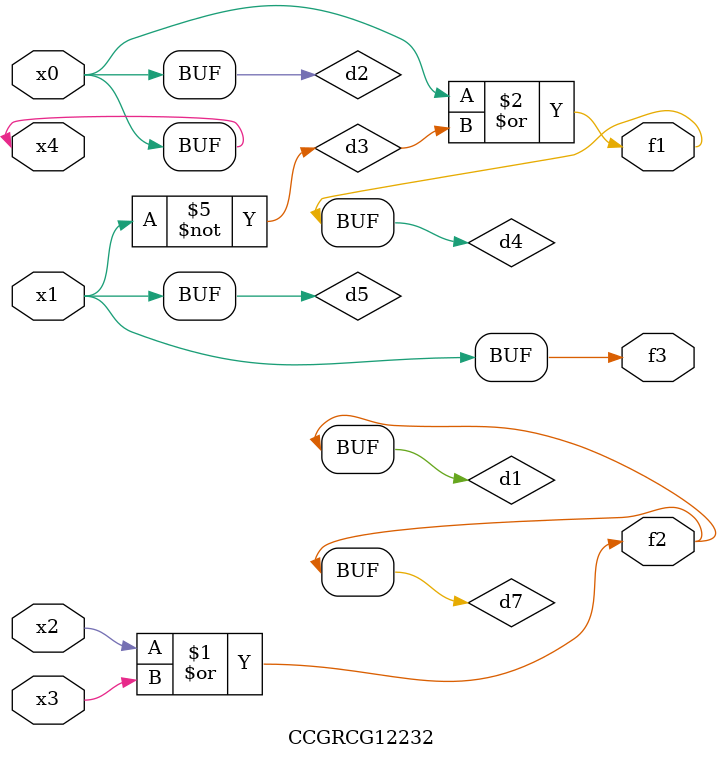
<source format=v>
module CCGRCG12232(
	input x0, x1, x2, x3, x4,
	output f1, f2, f3
);

	wire d1, d2, d3, d4, d5, d6, d7;

	or (d1, x2, x3);
	buf (d2, x0, x4);
	not (d3, x1);
	or (d4, d2, d3);
	not (d5, d3);
	nand (d6, d1, d3);
	or (d7, d1);
	assign f1 = d4;
	assign f2 = d7;
	assign f3 = d5;
endmodule

</source>
